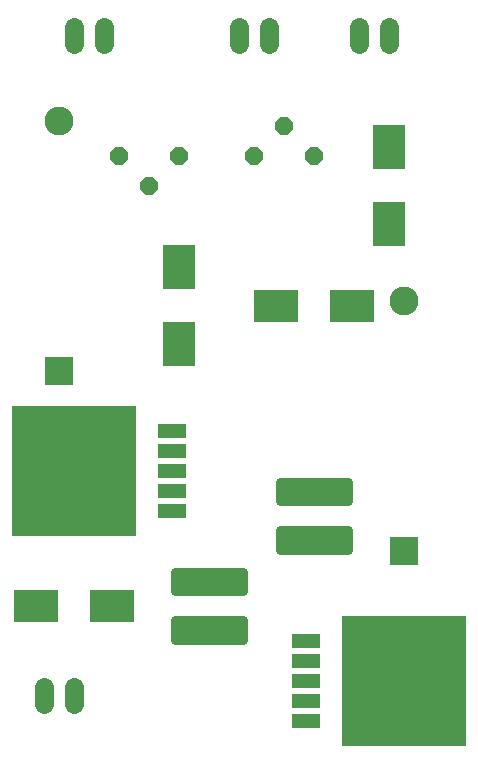
<source format=gbr>
G04 EAGLE Gerber RS-274X export*
G75*
%MOMM*%
%FSLAX34Y34*%
%LPD*%
%INSoldermask Top*%
%IPPOS*%
%AMOC8*
5,1,8,0,0,1.08239X$1,22.5*%
G01*
%ADD10C,1.625600*%
%ADD11R,3.703200X2.703200*%
%ADD12R,2.703200X3.703200*%
%ADD13R,2.453200X2.453200*%
%ADD14C,2.453200*%
%ADD15R,10.613200X11.003200*%
%ADD16R,2.362200X1.270000*%
%ADD17C,0.744991*%
%ADD18P,1.649562X8X202.500000*%
%ADD19P,1.649562X8X22.500000*%


D10*
X228600Y604012D02*
X228600Y589788D01*
X203200Y589788D02*
X203200Y604012D01*
X88900Y604012D02*
X88900Y589788D01*
X63500Y589788D02*
X63500Y604012D01*
X63500Y45212D02*
X63500Y30988D01*
X38100Y30988D02*
X38100Y45212D01*
X330200Y589788D02*
X330200Y604012D01*
X304800Y604012D02*
X304800Y589788D01*
D11*
X234200Y368300D03*
X299200Y368300D03*
X31000Y114300D03*
X96000Y114300D03*
D12*
X330200Y502400D03*
X330200Y437400D03*
X152400Y335800D03*
X152400Y400800D03*
D13*
X50800Y313100D03*
D14*
X50800Y525100D03*
D13*
X342900Y160700D03*
D14*
X342900Y372700D03*
D15*
X63500Y228600D03*
D16*
X146812Y194564D03*
X146812Y211582D03*
X146812Y228600D03*
X146812Y245618D03*
X146812Y262636D03*
D15*
X342900Y50800D03*
D16*
X259588Y84836D03*
X259588Y67818D03*
X259588Y50800D03*
X259588Y33782D03*
X259588Y16764D03*
D17*
X206591Y126509D02*
X149009Y126509D01*
X149009Y143091D01*
X206591Y143091D01*
X206591Y126509D01*
X206591Y133586D02*
X149009Y133586D01*
X149009Y140663D02*
X206591Y140663D01*
X206591Y102091D02*
X149009Y102091D01*
X206591Y102091D02*
X206591Y85509D01*
X149009Y85509D01*
X149009Y102091D01*
X149009Y92586D02*
X206591Y92586D01*
X206591Y99663D02*
X149009Y99663D01*
X237909Y178291D02*
X295491Y178291D01*
X295491Y161709D01*
X237909Y161709D01*
X237909Y178291D01*
X237909Y168786D02*
X295491Y168786D01*
X295491Y175863D02*
X237909Y175863D01*
X237909Y202709D02*
X295491Y202709D01*
X237909Y202709D02*
X237909Y219291D01*
X295491Y219291D01*
X295491Y202709D01*
X295491Y209786D02*
X237909Y209786D01*
X237909Y216863D02*
X295491Y216863D01*
D18*
X152400Y495300D03*
X101600Y495300D03*
X127000Y469900D03*
D19*
X215900Y495300D03*
X266700Y495300D03*
X241300Y520700D03*
M02*

</source>
